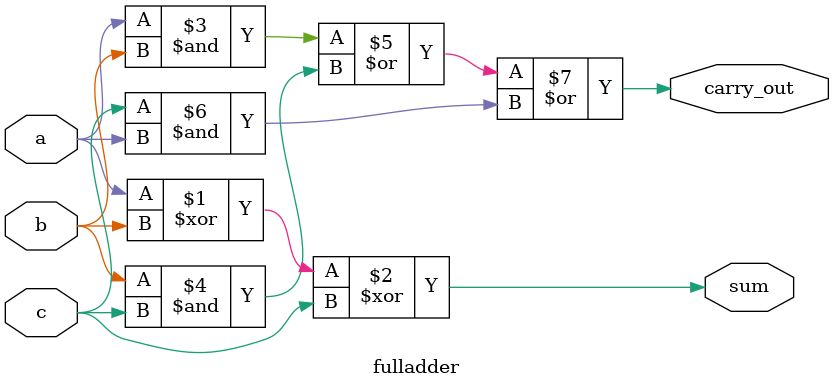
<source format=v>
module fulladder(sum,carry_out,a,b,c);

input a,b,c;
output sum,carry_out;

assign sum=a ^ b ^ c ;
assign carry_out = ( a & b ) | ( b & c ) | ( c & a );
































endmodule 
</source>
